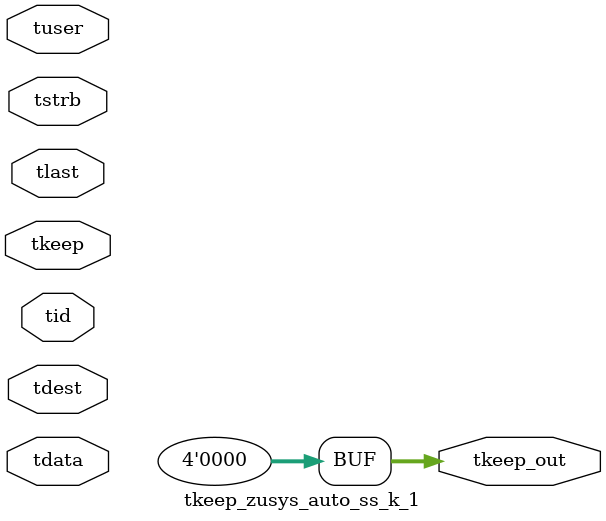
<source format=v>


`timescale 1ps/1ps

module tkeep_zusys_auto_ss_k_1 #
(
parameter C_S_AXIS_TDATA_WIDTH = 32,
parameter C_S_AXIS_TUSER_WIDTH = 0,
parameter C_S_AXIS_TID_WIDTH   = 0,
parameter C_S_AXIS_TDEST_WIDTH = 0,
parameter C_M_AXIS_TDATA_WIDTH = 32
)
(
input  [(C_S_AXIS_TDATA_WIDTH == 0 ? 1 : C_S_AXIS_TDATA_WIDTH)-1:0     ] tdata,
input  [(C_S_AXIS_TUSER_WIDTH == 0 ? 1 : C_S_AXIS_TUSER_WIDTH)-1:0     ] tuser,
input  [(C_S_AXIS_TID_WIDTH   == 0 ? 1 : C_S_AXIS_TID_WIDTH)-1:0       ] tid,
input  [(C_S_AXIS_TDEST_WIDTH == 0 ? 1 : C_S_AXIS_TDEST_WIDTH)-1:0     ] tdest,
input  [(C_S_AXIS_TDATA_WIDTH/8)-1:0 ] tkeep,
input  [(C_S_AXIS_TDATA_WIDTH/8)-1:0 ] tstrb,
input                                                                    tlast,
output [(C_M_AXIS_TDATA_WIDTH/8)-1:0 ] tkeep_out
);

assign tkeep_out = {1'b0};

endmodule


</source>
